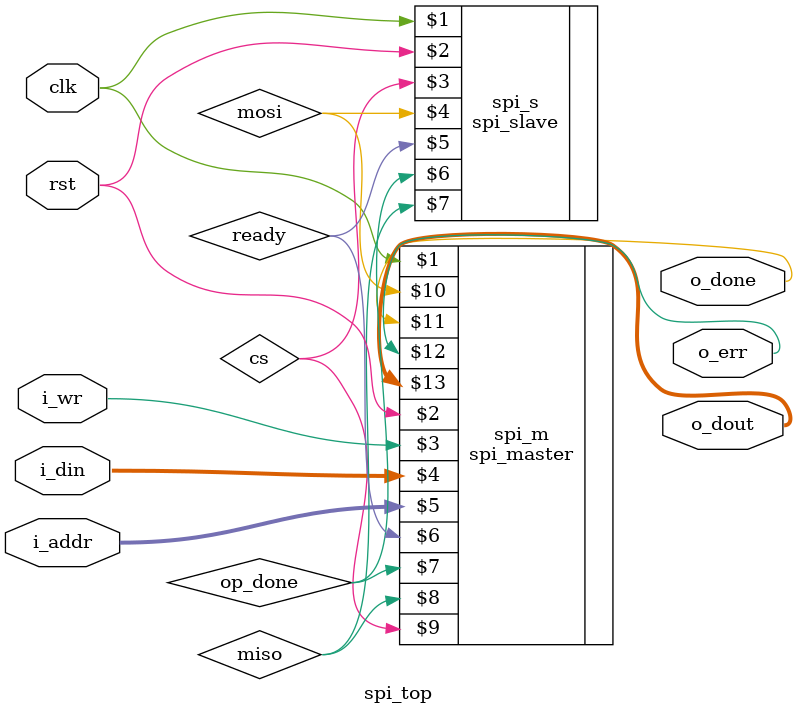
<source format=sv>
module spi_top(
    input  logic clk, rst, 
    input  logic i_wr, 
    input  logic [7:0] i_addr, i_din,
    output logic o_done, o_err,
    output logic [7:0] o_dout
);

logic ready, op_done, miso, mosi, cs; 

spi_master spi_m (clk, rst, i_wr, i_din, i_addr, ready, op_done, miso, cs, mosi, o_done, o_err, o_dout);
spi_slave spi_s (clk, rst, cs, mosi, ready, op_done, miso);

endmodule

</source>
